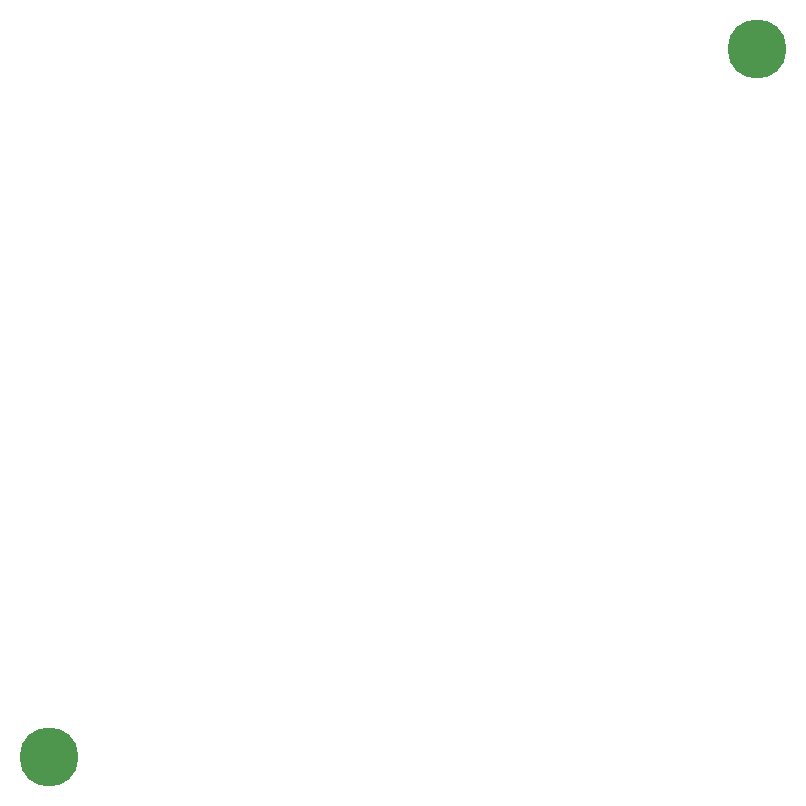
<source format=gtl>
%MOMM*%
%FSLAX46Y46*%
%IPPOS*%

%AMRoundRect*
0 Rectangle with rounded corners*
0 $1 Rounding radius*
0 $2 $3 $4 $5 $6 $7 $8 $9 X,Y pos of 4 corners*
0 Add a 4 corners polygon primitive as box body*
4,1,4,$2,$3,$4,$5,$6,$7,$8,$9,$2,$3,90*
0 Add four circle primitives for the rounded corners*
1,1,($1)+($1),$2,$3,90*
1,1,($1)+($1),$4,$5,90*
1,1,($1)+($1),$6,$7,90*
1,1,($1)+($1),$8,$9,90*
0 Add four rect primitives between the rounded corners*
20,1,($1)+($1),$2,$3,$4,$5,90*
20,1,($1)+($1),$4,$5,$6,$7,90*
20,1,($1)+($1),$6,$7,$8,$9,90*
20,1,($1)+($1),$8,$9,$2,$3,90*%

%AMMACR*
0 rectangle*
0 Center Line, Exposure, Width, Height, Center X, Center Y, Rotation*
21,1,$1,$2,0,0,90*
0 Circle, Exposure, Diameter, Center X, Center Y, Rotation*
1,0,$3,0,0,90*%

%AMRoundRect_1*
0 Rectangle with rounded corners*
0 $1 Rounding radius*
0 $2 $3 $4 $5 $6 $7 $8 $9 X,Y pos of 4 corners*
0 Add a 4 corners polygon primitive as box body*
4,1,4,$2,$3,$4,$5,$6,$7,$8,$9,$2,$3,0*
0 Add four circle primitives for the rounded corners*
1,1,($1)+($1),$2,$3,0*
1,1,($1)+($1),$4,$5,0*
1,1,($1)+($1),$6,$7,0*
1,1,($1)+($1),$8,$9,0*
0 Add four rect primitives between the rounded corners*
20,1,($1)+($1),$2,$3,$4,$5,0*
20,1,($1)+($1),$4,$5,$6,$7,0*
20,1,($1)+($1),$6,$7,$8,$9,0*
20,1,($1)+($1),$8,$9,$2,$3,0*%

%ADD26RoundRect,0.25X0.45X-0.35X0.45X0.35X-0.45X0.35X-0.45X-0.35X0*%
%ADD38MACR,5X5*%
%ADD94RoundRect_1,0.25X0.45X-0.35X0.45X0.35X-0.45X0.35X-0.45X-0.35X0*%
%ADD106R,5X5*%
%ADD12C,5X0*%

%LPD*%
%LPC*%

D26*
X-10000000Y10000000D03*
D38*
X-20000000Y20000000D03*

%LPD*%
%LPC*%

D106*
X10000000Y10000000D03*
D94*
X20000000Y20000000D03*

%LPD*%

D12*
X-30000000Y-30000000D03*
X30000000Y30000000D03*

M02*

</source>
